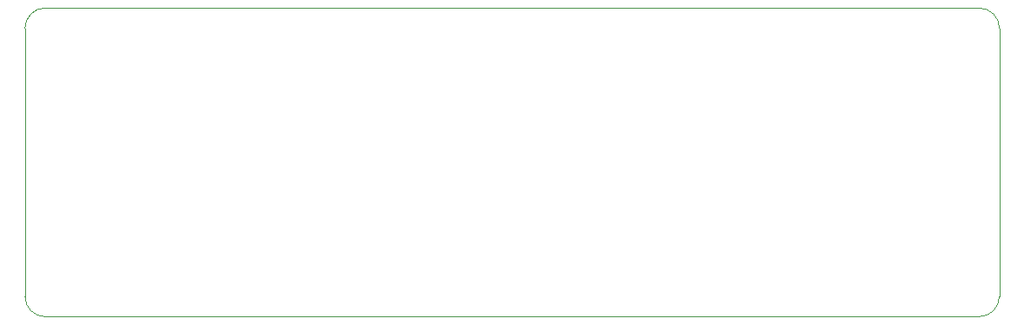
<source format=gm1>
%TF.GenerationSoftware,KiCad,Pcbnew,(7.0.0)*%
%TF.CreationDate,2023-03-12T18:56:36+09:00*%
%TF.ProjectId,TangPrimer_PmodExtender,54616e67-5072-4696-9d65-725f506d6f64,rev?*%
%TF.SameCoordinates,Original*%
%TF.FileFunction,Profile,NP*%
%FSLAX46Y46*%
G04 Gerber Fmt 4.6, Leading zero omitted, Abs format (unit mm)*
G04 Created by KiCad (PCBNEW (7.0.0)) date 2023-03-12 18:56:36*
%MOMM*%
%LPD*%
G01*
G04 APERTURE LIST*
%TA.AperFunction,Profile*%
%ADD10C,0.100000*%
%TD*%
G04 APERTURE END LIST*
D10*
X62500000Y-56500000D02*
X62500000Y-30330000D01*
X64500000Y-28330000D02*
G75*
G03*
X62500000Y-30330000I0J-2000000D01*
G01*
X62500000Y-56500000D02*
G75*
G03*
X64500000Y-58500000I2000000J0D01*
G01*
X157500000Y-30330000D02*
G75*
G03*
X155500000Y-28330000I-2000000J0D01*
G01*
X64500000Y-28330000D02*
X155500000Y-28330000D01*
X155500000Y-58500000D02*
G75*
G03*
X157500000Y-56500000I0J2000000D01*
G01*
X157500000Y-30330000D02*
X157500000Y-56500000D01*
X64500000Y-58500000D02*
X155500000Y-58500000D01*
M02*

</source>
